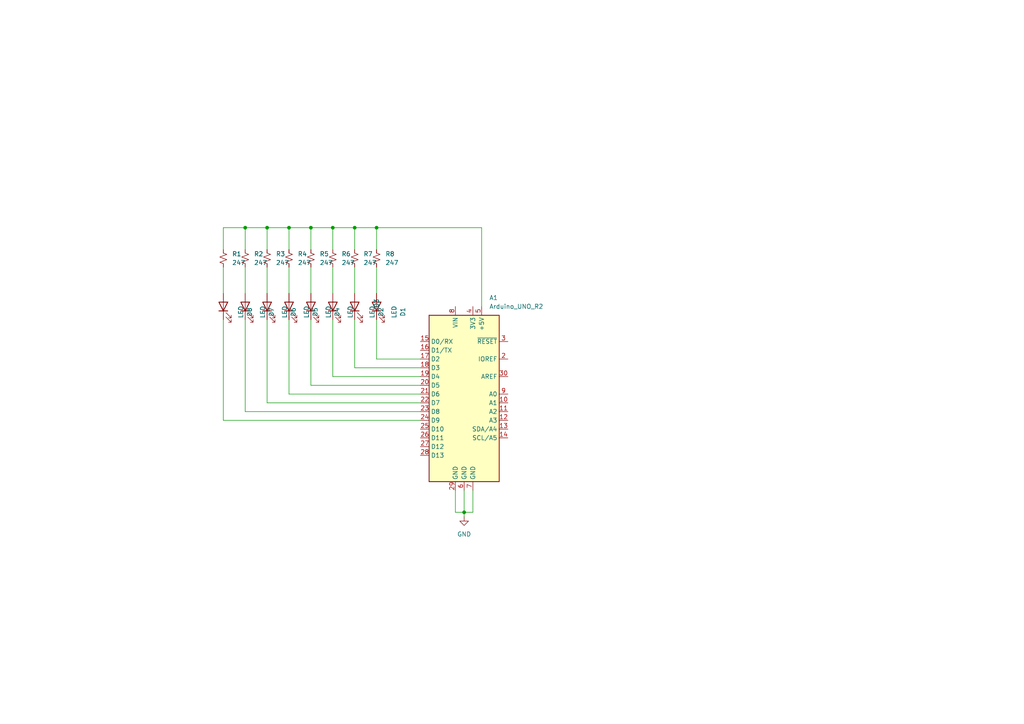
<source format=kicad_sch>
(kicad_sch (version 20230121) (generator eeschema)

  (uuid 794f4462-2db4-4be0-99fe-4331dad799bf)

  (paper "A4")

  (title_block
    (title "arduino_uno_shield")
    (date "2024-01-14")
    (rev "1")
  )

  (lib_symbols
    (symbol "Device:LED" (pin_numbers hide) (pin_names (offset 1.016) hide) (in_bom yes) (on_board yes)
      (property "Reference" "D" (at 0 2.54 0)
        (effects (font (size 1.27 1.27)))
      )
      (property "Value" "LED" (at 0 -2.54 0)
        (effects (font (size 1.27 1.27)))
      )
      (property "Footprint" "" (at 0 0 0)
        (effects (font (size 1.27 1.27)) hide)
      )
      (property "Datasheet" "~" (at 0 0 0)
        (effects (font (size 1.27 1.27)) hide)
      )
      (property "ki_keywords" "LED diode" (at 0 0 0)
        (effects (font (size 1.27 1.27)) hide)
      )
      (property "ki_description" "Light emitting diode" (at 0 0 0)
        (effects (font (size 1.27 1.27)) hide)
      )
      (property "ki_fp_filters" "LED* LED_SMD:* LED_THT:*" (at 0 0 0)
        (effects (font (size 1.27 1.27)) hide)
      )
      (symbol "LED_0_1"
        (polyline
          (pts
            (xy -1.27 -1.27)
            (xy -1.27 1.27)
          )
          (stroke (width 0.254) (type default))
          (fill (type none))
        )
        (polyline
          (pts
            (xy -1.27 0)
            (xy 1.27 0)
          )
          (stroke (width 0) (type default))
          (fill (type none))
        )
        (polyline
          (pts
            (xy 1.27 -1.27)
            (xy 1.27 1.27)
            (xy -1.27 0)
            (xy 1.27 -1.27)
          )
          (stroke (width 0.254) (type default))
          (fill (type none))
        )
        (polyline
          (pts
            (xy -3.048 -0.762)
            (xy -4.572 -2.286)
            (xy -3.81 -2.286)
            (xy -4.572 -2.286)
            (xy -4.572 -1.524)
          )
          (stroke (width 0) (type default))
          (fill (type none))
        )
        (polyline
          (pts
            (xy -1.778 -0.762)
            (xy -3.302 -2.286)
            (xy -2.54 -2.286)
            (xy -3.302 -2.286)
            (xy -3.302 -1.524)
          )
          (stroke (width 0) (type default))
          (fill (type none))
        )
      )
      (symbol "LED_1_1"
        (pin passive line (at -3.81 0 0) (length 2.54)
          (name "K" (effects (font (size 1.27 1.27))))
          (number "1" (effects (font (size 1.27 1.27))))
        )
        (pin passive line (at 3.81 0 180) (length 2.54)
          (name "A" (effects (font (size 1.27 1.27))))
          (number "2" (effects (font (size 1.27 1.27))))
        )
      )
    )
    (symbol "Device:R_Small_US" (pin_numbers hide) (pin_names (offset 0.254) hide) (in_bom yes) (on_board yes)
      (property "Reference" "R" (at 0.762 0.508 0)
        (effects (font (size 1.27 1.27)) (justify left))
      )
      (property "Value" "R_Small_US" (at 0.762 -1.016 0)
        (effects (font (size 1.27 1.27)) (justify left))
      )
      (property "Footprint" "" (at 0 0 0)
        (effects (font (size 1.27 1.27)) hide)
      )
      (property "Datasheet" "~" (at 0 0 0)
        (effects (font (size 1.27 1.27)) hide)
      )
      (property "ki_keywords" "r resistor" (at 0 0 0)
        (effects (font (size 1.27 1.27)) hide)
      )
      (property "ki_description" "Resistor, small US symbol" (at 0 0 0)
        (effects (font (size 1.27 1.27)) hide)
      )
      (property "ki_fp_filters" "R_*" (at 0 0 0)
        (effects (font (size 1.27 1.27)) hide)
      )
      (symbol "R_Small_US_1_1"
        (polyline
          (pts
            (xy 0 0)
            (xy 1.016 -0.381)
            (xy 0 -0.762)
            (xy -1.016 -1.143)
            (xy 0 -1.524)
          )
          (stroke (width 0) (type default))
          (fill (type none))
        )
        (polyline
          (pts
            (xy 0 1.524)
            (xy 1.016 1.143)
            (xy 0 0.762)
            (xy -1.016 0.381)
            (xy 0 0)
          )
          (stroke (width 0) (type default))
          (fill (type none))
        )
        (pin passive line (at 0 2.54 270) (length 1.016)
          (name "~" (effects (font (size 1.27 1.27))))
          (number "1" (effects (font (size 1.27 1.27))))
        )
        (pin passive line (at 0 -2.54 90) (length 1.016)
          (name "~" (effects (font (size 1.27 1.27))))
          (number "2" (effects (font (size 1.27 1.27))))
        )
      )
    )
    (symbol "MCU_Module:Arduino_UNO_R2" (in_bom yes) (on_board yes)
      (property "Reference" "A" (at -10.16 23.495 0)
        (effects (font (size 1.27 1.27)) (justify left bottom))
      )
      (property "Value" "Arduino_UNO_R2" (at 5.08 -26.67 0)
        (effects (font (size 1.27 1.27)) (justify left top))
      )
      (property "Footprint" "Module:Arduino_UNO_R2" (at 0 0 0)
        (effects (font (size 1.27 1.27) italic) hide)
      )
      (property "Datasheet" "https://www.arduino.cc/en/Main/arduinoBoardUno" (at 0 0 0)
        (effects (font (size 1.27 1.27)) hide)
      )
      (property "ki_keywords" "Arduino UNO R3 Microcontroller Module Atmel AVR USB" (at 0 0 0)
        (effects (font (size 1.27 1.27)) hide)
      )
      (property "ki_description" "Arduino UNO Microcontroller Module, release 2" (at 0 0 0)
        (effects (font (size 1.27 1.27)) hide)
      )
      (property "ki_fp_filters" "Arduino*UNO*R2*" (at 0 0 0)
        (effects (font (size 1.27 1.27)) hide)
      )
      (symbol "Arduino_UNO_R2_0_1"
        (rectangle (start -10.16 22.86) (end 10.16 -25.4)
          (stroke (width 0.254) (type default))
          (fill (type background))
        )
      )
      (symbol "Arduino_UNO_R2_1_1"
        (pin no_connect line (at -10.16 -20.32 0) (length 2.54) hide
          (name "NC" (effects (font (size 1.27 1.27))))
          (number "1" (effects (font (size 1.27 1.27))))
        )
        (pin bidirectional line (at 12.7 -2.54 180) (length 2.54)
          (name "A1" (effects (font (size 1.27 1.27))))
          (number "10" (effects (font (size 1.27 1.27))))
        )
        (pin bidirectional line (at 12.7 -5.08 180) (length 2.54)
          (name "A2" (effects (font (size 1.27 1.27))))
          (number "11" (effects (font (size 1.27 1.27))))
        )
        (pin bidirectional line (at 12.7 -7.62 180) (length 2.54)
          (name "A3" (effects (font (size 1.27 1.27))))
          (number "12" (effects (font (size 1.27 1.27))))
        )
        (pin bidirectional line (at 12.7 -10.16 180) (length 2.54)
          (name "SDA/A4" (effects (font (size 1.27 1.27))))
          (number "13" (effects (font (size 1.27 1.27))))
        )
        (pin bidirectional line (at 12.7 -12.7 180) (length 2.54)
          (name "SCL/A5" (effects (font (size 1.27 1.27))))
          (number "14" (effects (font (size 1.27 1.27))))
        )
        (pin bidirectional line (at -12.7 15.24 0) (length 2.54)
          (name "D0/RX" (effects (font (size 1.27 1.27))))
          (number "15" (effects (font (size 1.27 1.27))))
        )
        (pin bidirectional line (at -12.7 12.7 0) (length 2.54)
          (name "D1/TX" (effects (font (size 1.27 1.27))))
          (number "16" (effects (font (size 1.27 1.27))))
        )
        (pin bidirectional line (at -12.7 10.16 0) (length 2.54)
          (name "D2" (effects (font (size 1.27 1.27))))
          (number "17" (effects (font (size 1.27 1.27))))
        )
        (pin bidirectional line (at -12.7 7.62 0) (length 2.54)
          (name "D3" (effects (font (size 1.27 1.27))))
          (number "18" (effects (font (size 1.27 1.27))))
        )
        (pin bidirectional line (at -12.7 5.08 0) (length 2.54)
          (name "D4" (effects (font (size 1.27 1.27))))
          (number "19" (effects (font (size 1.27 1.27))))
        )
        (pin output line (at 12.7 10.16 180) (length 2.54)
          (name "IOREF" (effects (font (size 1.27 1.27))))
          (number "2" (effects (font (size 1.27 1.27))))
        )
        (pin bidirectional line (at -12.7 2.54 0) (length 2.54)
          (name "D5" (effects (font (size 1.27 1.27))))
          (number "20" (effects (font (size 1.27 1.27))))
        )
        (pin bidirectional line (at -12.7 0 0) (length 2.54)
          (name "D6" (effects (font (size 1.27 1.27))))
          (number "21" (effects (font (size 1.27 1.27))))
        )
        (pin bidirectional line (at -12.7 -2.54 0) (length 2.54)
          (name "D7" (effects (font (size 1.27 1.27))))
          (number "22" (effects (font (size 1.27 1.27))))
        )
        (pin bidirectional line (at -12.7 -5.08 0) (length 2.54)
          (name "D8" (effects (font (size 1.27 1.27))))
          (number "23" (effects (font (size 1.27 1.27))))
        )
        (pin bidirectional line (at -12.7 -7.62 0) (length 2.54)
          (name "D9" (effects (font (size 1.27 1.27))))
          (number "24" (effects (font (size 1.27 1.27))))
        )
        (pin bidirectional line (at -12.7 -10.16 0) (length 2.54)
          (name "D10" (effects (font (size 1.27 1.27))))
          (number "25" (effects (font (size 1.27 1.27))))
        )
        (pin bidirectional line (at -12.7 -12.7 0) (length 2.54)
          (name "D11" (effects (font (size 1.27 1.27))))
          (number "26" (effects (font (size 1.27 1.27))))
        )
        (pin bidirectional line (at -12.7 -15.24 0) (length 2.54)
          (name "D12" (effects (font (size 1.27 1.27))))
          (number "27" (effects (font (size 1.27 1.27))))
        )
        (pin bidirectional line (at -12.7 -17.78 0) (length 2.54)
          (name "D13" (effects (font (size 1.27 1.27))))
          (number "28" (effects (font (size 1.27 1.27))))
        )
        (pin power_in line (at -2.54 -27.94 90) (length 2.54)
          (name "GND" (effects (font (size 1.27 1.27))))
          (number "29" (effects (font (size 1.27 1.27))))
        )
        (pin input line (at 12.7 15.24 180) (length 2.54)
          (name "~{RESET}" (effects (font (size 1.27 1.27))))
          (number "3" (effects (font (size 1.27 1.27))))
        )
        (pin input line (at 12.7 5.08 180) (length 2.54)
          (name "AREF" (effects (font (size 1.27 1.27))))
          (number "30" (effects (font (size 1.27 1.27))))
        )
        (pin power_out line (at 2.54 25.4 270) (length 2.54)
          (name "3V3" (effects (font (size 1.27 1.27))))
          (number "4" (effects (font (size 1.27 1.27))))
        )
        (pin power_out line (at 5.08 25.4 270) (length 2.54)
          (name "+5V" (effects (font (size 1.27 1.27))))
          (number "5" (effects (font (size 1.27 1.27))))
        )
        (pin power_in line (at 0 -27.94 90) (length 2.54)
          (name "GND" (effects (font (size 1.27 1.27))))
          (number "6" (effects (font (size 1.27 1.27))))
        )
        (pin power_in line (at 2.54 -27.94 90) (length 2.54)
          (name "GND" (effects (font (size 1.27 1.27))))
          (number "7" (effects (font (size 1.27 1.27))))
        )
        (pin power_in line (at -2.54 25.4 270) (length 2.54)
          (name "VIN" (effects (font (size 1.27 1.27))))
          (number "8" (effects (font (size 1.27 1.27))))
        )
        (pin bidirectional line (at 12.7 0 180) (length 2.54)
          (name "A0" (effects (font (size 1.27 1.27))))
          (number "9" (effects (font (size 1.27 1.27))))
        )
      )
    )
    (symbol "power:GND" (power) (pin_names (offset 0)) (in_bom yes) (on_board yes)
      (property "Reference" "#PWR" (at 0 -6.35 0)
        (effects (font (size 1.27 1.27)) hide)
      )
      (property "Value" "GND" (at 0 -3.81 0)
        (effects (font (size 1.27 1.27)))
      )
      (property "Footprint" "" (at 0 0 0)
        (effects (font (size 1.27 1.27)) hide)
      )
      (property "Datasheet" "" (at 0 0 0)
        (effects (font (size 1.27 1.27)) hide)
      )
      (property "ki_keywords" "global power" (at 0 0 0)
        (effects (font (size 1.27 1.27)) hide)
      )
      (property "ki_description" "Power symbol creates a global label with name \"GND\" , ground" (at 0 0 0)
        (effects (font (size 1.27 1.27)) hide)
      )
      (symbol "GND_0_1"
        (polyline
          (pts
            (xy 0 0)
            (xy 0 -1.27)
            (xy 1.27 -1.27)
            (xy 0 -2.54)
            (xy -1.27 -1.27)
            (xy 0 -1.27)
          )
          (stroke (width 0) (type default))
          (fill (type none))
        )
      )
      (symbol "GND_1_1"
        (pin power_in line (at 0 0 270) (length 0) hide
          (name "GND" (effects (font (size 1.27 1.27))))
          (number "1" (effects (font (size 1.27 1.27))))
        )
      )
    )
  )

  (junction (at 90.17 66.04) (diameter 0) (color 0 0 0 0)
    (uuid 07911fd2-6d3a-487e-82ce-b6c1e6fb5b95)
  )
  (junction (at 77.47 66.04) (diameter 0) (color 0 0 0 0)
    (uuid 2bbbc1fb-a25a-4500-ae8f-5e4d5bac6159)
  )
  (junction (at 96.52 66.04) (diameter 0) (color 0 0 0 0)
    (uuid 36bb07e9-abac-41e2-b19d-e0b513d1c7ae)
  )
  (junction (at 102.87 66.04) (diameter 0) (color 0 0 0 0)
    (uuid 3ede2774-7342-4d98-8abc-2c83fc54712e)
  )
  (junction (at 71.12 66.04) (diameter 0) (color 0 0 0 0)
    (uuid 6f155ee8-f36b-40f5-a834-81dc3c046f1a)
  )
  (junction (at 83.82 66.04) (diameter 0) (color 0 0 0 0)
    (uuid 77d77c60-94d4-4c20-8808-3fa91a65b5d1)
  )
  (junction (at 134.62 148.59) (diameter 0) (color 0 0 0 0)
    (uuid 7d6bbb85-c3d0-4e40-bc08-3808a644f4df)
  )
  (junction (at 109.22 66.04) (diameter 0) (color 0 0 0 0)
    (uuid aadbd9b8-3fea-4931-9cf4-126d236bd5ac)
  )

  (wire (pts (xy 96.52 109.22) (xy 121.92 109.22))
    (stroke (width 0) (type default))
    (uuid 09b283d2-192b-47e1-ad0f-d016ebe8bcc8)
  )
  (wire (pts (xy 83.82 92.71) (xy 83.82 114.3))
    (stroke (width 0) (type default))
    (uuid 117b81cf-e76a-47e4-9689-8acd611cd4db)
  )
  (wire (pts (xy 134.62 148.59) (xy 137.16 148.59))
    (stroke (width 0) (type default))
    (uuid 13bace30-21eb-4cd6-865c-71b87049fd66)
  )
  (wire (pts (xy 77.47 92.71) (xy 77.47 116.84))
    (stroke (width 0) (type default))
    (uuid 22253ff1-1f0b-4032-87da-cedd2a610417)
  )
  (wire (pts (xy 83.82 66.04) (xy 90.17 66.04))
    (stroke (width 0) (type default))
    (uuid 2387bbc9-1f81-45c0-bb66-67b0b0cd1b3d)
  )
  (wire (pts (xy 71.12 119.38) (xy 121.92 119.38))
    (stroke (width 0) (type default))
    (uuid 23be1366-b2ee-4fc7-a62d-24a5c022a3a8)
  )
  (wire (pts (xy 90.17 66.04) (xy 96.52 66.04))
    (stroke (width 0) (type default))
    (uuid 24585c67-1145-4128-87a7-7a22fd872999)
  )
  (wire (pts (xy 134.62 142.24) (xy 134.62 148.59))
    (stroke (width 0) (type default))
    (uuid 260cd0b4-4d99-44cf-8007-1f27e465dfb3)
  )
  (wire (pts (xy 109.22 77.47) (xy 109.22 85.09))
    (stroke (width 0) (type default))
    (uuid 2a206f34-a393-4566-a176-cd048ede2b7a)
  )
  (wire (pts (xy 90.17 77.47) (xy 90.17 85.09))
    (stroke (width 0) (type default))
    (uuid 2e09f756-e10c-4d82-a79a-9c974799f928)
  )
  (wire (pts (xy 83.82 77.47) (xy 83.82 85.09))
    (stroke (width 0) (type default))
    (uuid 302da742-bd63-4c5a-a3a6-ab15c3cdbeda)
  )
  (wire (pts (xy 90.17 92.71) (xy 90.17 111.76))
    (stroke (width 0) (type default))
    (uuid 30a0aa78-0c85-468c-9ea6-def8cd5b66b2)
  )
  (wire (pts (xy 102.87 66.04) (xy 109.22 66.04))
    (stroke (width 0) (type default))
    (uuid 3121dd8a-edc7-412b-8041-663018efa829)
  )
  (wire (pts (xy 134.62 148.59) (xy 134.62 149.86))
    (stroke (width 0) (type default))
    (uuid 358e9ada-5936-4dd5-bdbc-4d47fae68161)
  )
  (wire (pts (xy 109.22 66.04) (xy 139.7 66.04))
    (stroke (width 0) (type default))
    (uuid 3a1fea09-27b9-42d2-82a1-8ce1e9696f80)
  )
  (wire (pts (xy 109.22 104.14) (xy 121.92 104.14))
    (stroke (width 0) (type default))
    (uuid 42dd821d-2ed1-41b6-99c5-28668c5ec5c1)
  )
  (wire (pts (xy 102.87 77.47) (xy 102.87 85.09))
    (stroke (width 0) (type default))
    (uuid 449ee26b-d01a-481a-9c0e-bb7d9d02617d)
  )
  (wire (pts (xy 64.77 92.71) (xy 64.77 121.92))
    (stroke (width 0) (type default))
    (uuid 5100b2b3-fe16-437e-8ebc-ed1c52a2cd34)
  )
  (wire (pts (xy 77.47 116.84) (xy 121.92 116.84))
    (stroke (width 0) (type default))
    (uuid 510cf17c-250f-43a7-90d0-2dc4b62e2ee7)
  )
  (wire (pts (xy 132.08 142.24) (xy 132.08 148.59))
    (stroke (width 0) (type default))
    (uuid 5ea16098-7d40-4a43-98e1-1bea05e6b74a)
  )
  (wire (pts (xy 132.08 148.59) (xy 134.62 148.59))
    (stroke (width 0) (type default))
    (uuid 6a46fc12-8c22-4b04-9521-e41ffe6bebe5)
  )
  (wire (pts (xy 109.22 92.71) (xy 109.22 104.14))
    (stroke (width 0) (type default))
    (uuid 73bd928c-57e9-490a-8152-f4a46d53cd13)
  )
  (wire (pts (xy 90.17 66.04) (xy 90.17 72.39))
    (stroke (width 0) (type default))
    (uuid 757558fb-aced-4595-ae1e-1e5611456279)
  )
  (wire (pts (xy 64.77 66.04) (xy 71.12 66.04))
    (stroke (width 0) (type default))
    (uuid 765ef705-2884-4ae0-83c1-e054e9ee8445)
  )
  (wire (pts (xy 77.47 77.47) (xy 77.47 85.09))
    (stroke (width 0) (type default))
    (uuid 76b0c44d-064a-447d-b0a8-9463e198a2ac)
  )
  (wire (pts (xy 102.87 66.04) (xy 102.87 72.39))
    (stroke (width 0) (type default))
    (uuid 7808cae0-12b0-456c-9476-165080063d08)
  )
  (wire (pts (xy 77.47 66.04) (xy 77.47 72.39))
    (stroke (width 0) (type default))
    (uuid 82c7289c-705a-435c-afdb-375ff487dd0b)
  )
  (wire (pts (xy 109.22 66.04) (xy 109.22 72.39))
    (stroke (width 0) (type default))
    (uuid 84620c3b-3f21-4da4-86e3-1694ffe9186a)
  )
  (wire (pts (xy 96.52 92.71) (xy 96.52 109.22))
    (stroke (width 0) (type default))
    (uuid 8ad1424e-f719-4b72-b50f-552c82e780ae)
  )
  (wire (pts (xy 102.87 106.68) (xy 121.92 106.68))
    (stroke (width 0) (type default))
    (uuid 957546a3-c22f-4446-bf55-f1d32ba89596)
  )
  (wire (pts (xy 64.77 72.39) (xy 64.77 66.04))
    (stroke (width 0) (type default))
    (uuid 9a800fc3-b877-49e8-b159-17dc7f6af7c3)
  )
  (wire (pts (xy 64.77 121.92) (xy 121.92 121.92))
    (stroke (width 0) (type default))
    (uuid 9d23a6c6-2eb2-4812-90c5-e593600a365b)
  )
  (wire (pts (xy 137.16 142.24) (xy 137.16 148.59))
    (stroke (width 0) (type default))
    (uuid 9d5c0c9d-5455-4344-a7b5-190d3f07b3a4)
  )
  (wire (pts (xy 71.12 92.71) (xy 71.12 119.38))
    (stroke (width 0) (type default))
    (uuid a44ea869-5406-43ab-b9aa-30f5fa1ea6d9)
  )
  (wire (pts (xy 83.82 114.3) (xy 121.92 114.3))
    (stroke (width 0) (type default))
    (uuid b69d7024-a717-4ba5-b181-b148ddabbf67)
  )
  (wire (pts (xy 77.47 66.04) (xy 83.82 66.04))
    (stroke (width 0) (type default))
    (uuid b7c58b79-3a6f-4842-9f2c-e5a0e8ec115f)
  )
  (wire (pts (xy 71.12 77.47) (xy 71.12 85.09))
    (stroke (width 0) (type default))
    (uuid ba365a02-f812-4e4d-994c-91e5efa3a947)
  )
  (wire (pts (xy 96.52 66.04) (xy 96.52 72.39))
    (stroke (width 0) (type default))
    (uuid c849f815-e1df-42fa-83e3-0ceaec5a99f9)
  )
  (wire (pts (xy 96.52 77.47) (xy 96.52 85.09))
    (stroke (width 0) (type default))
    (uuid cf06e7eb-ce44-4b16-b9ca-04c8c1f9e8b7)
  )
  (wire (pts (xy 71.12 66.04) (xy 77.47 66.04))
    (stroke (width 0) (type default))
    (uuid cff7d547-0ff0-4419-a5a4-92fa5b77f4ff)
  )
  (wire (pts (xy 64.77 77.47) (xy 64.77 85.09))
    (stroke (width 0) (type default))
    (uuid d2018a24-2d81-4258-afd7-d1b8dcfe2d84)
  )
  (wire (pts (xy 102.87 92.71) (xy 102.87 106.68))
    (stroke (width 0) (type default))
    (uuid d4b58cfb-4a0c-468e-b1c5-6a814f4493ca)
  )
  (wire (pts (xy 96.52 66.04) (xy 102.87 66.04))
    (stroke (width 0) (type default))
    (uuid dc9a8233-2258-420b-91b4-483cdfaa8c0c)
  )
  (wire (pts (xy 90.17 111.76) (xy 121.92 111.76))
    (stroke (width 0) (type default))
    (uuid eecf19f7-16ff-4bd1-b205-8f2026fc38ea)
  )
  (wire (pts (xy 71.12 66.04) (xy 71.12 72.39))
    (stroke (width 0) (type default))
    (uuid f3902f7b-8dc2-44e1-beed-83421780ca1f)
  )
  (wire (pts (xy 139.7 66.04) (xy 139.7 88.9))
    (stroke (width 0) (type default))
    (uuid fa9da2dc-d0cb-4def-8b7a-28cf636de649)
  )
  (wire (pts (xy 83.82 66.04) (xy 83.82 72.39))
    (stroke (width 0) (type default))
    (uuid fc959d9b-8b5f-41dd-91d9-62c37f1ae470)
  )

  (symbol (lib_id "Device:LED") (at 64.77 88.9 90) (unit 1)
    (in_bom yes) (on_board yes) (dnp no) (fields_autoplaced)
    (uuid 05384e2a-a7cc-40b7-b854-83096cf2e70c)
    (property "Reference" "D8" (at 72.39 90.4875 0)
      (effects (font (size 1.27 1.27)))
    )
    (property "Value" "LED" (at 69.85 90.4875 0)
      (effects (font (size 1.27 1.27)))
    )
    (property "Footprint" "LED_SMD:LED_0805_2012Metric" (at 64.77 88.9 0)
      (effects (font (size 1.27 1.27)) hide)
    )
    (property "Datasheet" "~" (at 64.77 88.9 0)
      (effects (font (size 1.27 1.27)) hide)
    )
    (pin "2" (uuid 029f5ab9-9789-41af-960b-f9a1335207df))
    (pin "1" (uuid 8369d90b-97e1-43d9-bcf6-be61dab5b4eb))
    (instances
      (project "ARDUINO_UNO_SHIELD"
        (path "/794f4462-2db4-4be0-99fe-4331dad799bf"
          (reference "D8") (unit 1)
        )
      )
    )
  )

  (symbol (lib_id "Device:R_Small_US") (at 64.77 74.93 0) (unit 1)
    (in_bom yes) (on_board yes) (dnp no) (fields_autoplaced)
    (uuid 2083803a-d86f-43c0-b4a7-a7a5b3b42c71)
    (property "Reference" "R1" (at 67.31 73.66 0)
      (effects (font (size 1.27 1.27)) (justify left))
    )
    (property "Value" "247" (at 67.31 76.2 0)
      (effects (font (size 1.27 1.27)) (justify left))
    )
    (property "Footprint" "Resistor_SMD:R_0603_1608Metric" (at 64.77 74.93 0)
      (effects (font (size 1.27 1.27)) hide)
    )
    (property "Datasheet" "~" (at 64.77 74.93 0)
      (effects (font (size 1.27 1.27)) hide)
    )
    (pin "2" (uuid 61b5ac6d-4c88-447d-8ea7-a79584585761))
    (pin "1" (uuid 10116768-0140-4c60-96e0-dd4c9db2ebd0))
    (instances
      (project "ARDUINO_UNO_SHIELD"
        (path "/794f4462-2db4-4be0-99fe-4331dad799bf"
          (reference "R1") (unit 1)
        )
      )
    )
  )

  (symbol (lib_id "Device:LED") (at 109.22 88.9 90) (unit 1)
    (in_bom yes) (on_board yes) (dnp no) (fields_autoplaced)
    (uuid 2aaf982d-2e65-4d01-8a0f-e99b164cca0f)
    (property "Reference" "D1" (at 116.84 90.4875 0)
      (effects (font (size 1.27 1.27)))
    )
    (property "Value" "LED" (at 114.3 90.4875 0)
      (effects (font (size 1.27 1.27)))
    )
    (property "Footprint" "LED_SMD:LED_0805_2012Metric" (at 109.22 88.9 0)
      (effects (font (size 1.27 1.27)) hide)
    )
    (property "Datasheet" "~" (at 109.22 88.9 0)
      (effects (font (size 1.27 1.27)) hide)
    )
    (pin "2" (uuid 1041eae3-1bd0-4555-9337-aa40d5a5de84))
    (pin "1" (uuid 24938143-fe45-41a3-94cd-d5fc95116ea3))
    (instances
      (project "ARDUINO_UNO_SHIELD"
        (path "/794f4462-2db4-4be0-99fe-4331dad799bf"
          (reference "D1") (unit 1)
        )
      )
    )
  )

  (symbol (lib_id "Device:LED") (at 77.47 88.9 90) (unit 1)
    (in_bom yes) (on_board yes) (dnp no) (fields_autoplaced)
    (uuid 4059ae8a-08c6-4c6d-993e-6fcc40e96c09)
    (property "Reference" "D6" (at 85.09 90.4875 0)
      (effects (font (size 1.27 1.27)))
    )
    (property "Value" "LED" (at 82.55 90.4875 0)
      (effects (font (size 1.27 1.27)))
    )
    (property "Footprint" "LED_SMD:LED_0805_2012Metric" (at 77.47 88.9 0)
      (effects (font (size 1.27 1.27)) hide)
    )
    (property "Datasheet" "~" (at 77.47 88.9 0)
      (effects (font (size 1.27 1.27)) hide)
    )
    (pin "2" (uuid 6dd8c447-8d23-4bc8-a4c3-497465a83af5))
    (pin "1" (uuid fb005aa9-a83c-421b-8dca-d4c526a589e4))
    (instances
      (project "ARDUINO_UNO_SHIELD"
        (path "/794f4462-2db4-4be0-99fe-4331dad799bf"
          (reference "D6") (unit 1)
        )
      )
    )
  )

  (symbol (lib_id "MCU_Module:Arduino_UNO_R2") (at 134.62 114.3 0) (unit 1)
    (in_bom yes) (on_board yes) (dnp no) (fields_autoplaced)
    (uuid 490fe2b7-906a-4999-8362-6952c88028f3)
    (property "Reference" "A1" (at 141.8941 86.36 0)
      (effects (font (size 1.27 1.27)) (justify left))
    )
    (property "Value" "Arduino_UNO_R2" (at 141.8941 88.9 0)
      (effects (font (size 1.27 1.27)) (justify left))
    )
    (property "Footprint" "Module:Arduino_UNO_R2" (at 134.62 114.3 0)
      (effects (font (size 1.27 1.27) italic) hide)
    )
    (property "Datasheet" "https://www.arduino.cc/en/Main/arduinoBoardUno" (at 134.62 114.3 0)
      (effects (font (size 1.27 1.27)) hide)
    )
    (pin "10" (uuid 8131fc2f-3f1b-42c2-b467-48421cc9f34b))
    (pin "7" (uuid f24279eb-4669-4803-b768-736b59239d4c))
    (pin "22" (uuid b6670ce2-302d-4ed1-8ff4-cee2658e6ef0))
    (pin "4" (uuid 9ef6343d-f351-4b40-b05e-3d644db0fb59))
    (pin "1" (uuid 83b2d4f1-c48e-478b-a25a-f45b061c93cf))
    (pin "16" (uuid 0e4dbd9d-aa27-4fbb-b1fa-f4f0d6ca2667))
    (pin "28" (uuid cd3ccde7-0ede-4009-a7a9-69b6062e3dc2))
    (pin "3" (uuid e3e1a79c-2dbd-4db9-b2da-be2705041fb7))
    (pin "29" (uuid d65e1b1e-a395-4fb6-a82b-470fed1cdc4a))
    (pin "17" (uuid 66695c8a-6070-4844-910f-96a294e81306))
    (pin "8" (uuid b03dd0e4-c19f-450d-ba3b-500194d45bb4))
    (pin "15" (uuid aff1aeed-05ff-47c7-99aa-727d636e1e23))
    (pin "25" (uuid 1b1b27f2-0280-4e9a-a086-4999703eeb07))
    (pin "26" (uuid 6e3a99d8-d087-4b63-bb51-3228000d0706))
    (pin "27" (uuid a4a364b7-df76-4927-a1d4-5d7a3c9ae562))
    (pin "23" (uuid 3a75e28f-1473-4591-9ace-2ab20c2324a5))
    (pin "20" (uuid f2353c12-0753-4e24-ae1f-9228d5c242d5))
    (pin "12" (uuid 30c3ce2e-3af4-4808-ba5a-e1b48f59123c))
    (pin "13" (uuid 0f033be9-314b-43af-aace-b2158491cdb4))
    (pin "24" (uuid 1a9956d1-4faa-4310-bc32-615ea8f21b5e))
    (pin "21" (uuid ae7b9102-ffec-4ad2-9fcb-80df3661155b))
    (pin "18" (uuid dfbb5b2d-133c-4f6b-ba39-188a0c232695))
    (pin "5" (uuid d3d862c3-30d3-4d2d-bba0-4d7a91fb44ec))
    (pin "14" (uuid 9b09cc14-252a-4c76-ba2b-6209f2db3e5c))
    (pin "11" (uuid 77bce470-5ae2-41c9-8e3f-d666fd31a2e9))
    (pin "6" (uuid a4633f99-ae62-4c0f-9c46-b09ce3227387))
    (pin "2" (uuid e50e0774-80b6-4b39-84e5-fc6639ff416a))
    (pin "9" (uuid d47265f2-ffa8-43ae-a85c-72ffe3908823))
    (pin "19" (uuid dec6144e-ad98-4f34-9638-b9ef506fd100))
    (pin "30" (uuid 3b7b6f8e-710c-48ea-ac99-c1be8f9c1d43))
    (instances
      (project "ARDUINO_UNO_SHIELD"
        (path "/794f4462-2db4-4be0-99fe-4331dad799bf"
          (reference "A1") (unit 1)
        )
      )
    )
  )

  (symbol (lib_id "Device:R_Small_US") (at 90.17 74.93 0) (unit 1)
    (in_bom yes) (on_board yes) (dnp no) (fields_autoplaced)
    (uuid 52ed36b1-a24f-4a9d-ba5e-17b375266230)
    (property "Reference" "R5" (at 92.71 73.66 0)
      (effects (font (size 1.27 1.27)) (justify left))
    )
    (property "Value" "247" (at 92.71 76.2 0)
      (effects (font (size 1.27 1.27)) (justify left))
    )
    (property "Footprint" "Resistor_SMD:R_0603_1608Metric" (at 90.17 74.93 0)
      (effects (font (size 1.27 1.27)) hide)
    )
    (property "Datasheet" "~" (at 90.17 74.93 0)
      (effects (font (size 1.27 1.27)) hide)
    )
    (pin "2" (uuid 27dea1ab-99ae-4f20-a6a1-6bf58beaa599))
    (pin "1" (uuid c8534c24-edaa-45bd-aafe-4f64abc2cf1f))
    (instances
      (project "ARDUINO_UNO_SHIELD"
        (path "/794f4462-2db4-4be0-99fe-4331dad799bf"
          (reference "R5") (unit 1)
        )
      )
    )
  )

  (symbol (lib_id "Device:R_Small_US") (at 109.22 74.93 0) (unit 1)
    (in_bom yes) (on_board yes) (dnp no) (fields_autoplaced)
    (uuid 5a81ef74-b94d-4c63-81a7-530cf8b41680)
    (property "Reference" "R8" (at 111.76 73.66 0)
      (effects (font (size 1.27 1.27)) (justify left))
    )
    (property "Value" "247" (at 111.76 76.2 0)
      (effects (font (size 1.27 1.27)) (justify left))
    )
    (property "Footprint" "Resistor_SMD:R_0603_1608Metric" (at 109.22 74.93 0)
      (effects (font (size 1.27 1.27)) hide)
    )
    (property "Datasheet" "~" (at 109.22 74.93 0)
      (effects (font (size 1.27 1.27)) hide)
    )
    (pin "2" (uuid f748ec3b-8461-492c-af50-33d23183b836))
    (pin "1" (uuid e6083cd9-cca2-4c41-b2b0-3f331f83a076))
    (instances
      (project "ARDUINO_UNO_SHIELD"
        (path "/794f4462-2db4-4be0-99fe-4331dad799bf"
          (reference "R8") (unit 1)
        )
      )
    )
  )

  (symbol (lib_id "Device:LED") (at 83.82 88.9 90) (unit 1)
    (in_bom yes) (on_board yes) (dnp no) (fields_autoplaced)
    (uuid 5d1f4b45-90df-4c4e-b399-4f0ea7e9d49d)
    (property "Reference" "D5" (at 91.44 90.4875 0)
      (effects (font (size 1.27 1.27)))
    )
    (property "Value" "LED" (at 88.9 90.4875 0)
      (effects (font (size 1.27 1.27)))
    )
    (property "Footprint" "LED_SMD:LED_0805_2012Metric" (at 83.82 88.9 0)
      (effects (font (size 1.27 1.27)) hide)
    )
    (property "Datasheet" "~" (at 83.82 88.9 0)
      (effects (font (size 1.27 1.27)) hide)
    )
    (pin "2" (uuid c314aa44-ca6c-4de2-a933-954590d201d4))
    (pin "1" (uuid e8a71d1e-bf4a-42a0-8ff1-13022f812475))
    (instances
      (project "ARDUINO_UNO_SHIELD"
        (path "/794f4462-2db4-4be0-99fe-4331dad799bf"
          (reference "D5") (unit 1)
        )
      )
    )
  )

  (symbol (lib_id "Device:R_Small_US") (at 102.87 74.93 0) (unit 1)
    (in_bom yes) (on_board yes) (dnp no) (fields_autoplaced)
    (uuid 64354671-3624-4961-8e77-3eed432014a1)
    (property "Reference" "R7" (at 105.41 73.66 0)
      (effects (font (size 1.27 1.27)) (justify left))
    )
    (property "Value" "247" (at 105.41 76.2 0)
      (effects (font (size 1.27 1.27)) (justify left))
    )
    (property "Footprint" "Resistor_SMD:R_0603_1608Metric" (at 102.87 74.93 0)
      (effects (font (size 1.27 1.27)) hide)
    )
    (property "Datasheet" "~" (at 102.87 74.93 0)
      (effects (font (size 1.27 1.27)) hide)
    )
    (pin "2" (uuid b7d2180d-2d59-4b55-8cd3-1a3828c40cc8))
    (pin "1" (uuid 9266093a-8107-41be-899b-f961b948fe50))
    (instances
      (project "ARDUINO_UNO_SHIELD"
        (path "/794f4462-2db4-4be0-99fe-4331dad799bf"
          (reference "R7") (unit 1)
        )
      )
    )
  )

  (symbol (lib_id "power:GND") (at 134.62 149.86 0) (unit 1)
    (in_bom yes) (on_board yes) (dnp no) (fields_autoplaced)
    (uuid 81dbf671-29a3-47a2-b5ce-cd6445adfee1)
    (property "Reference" "#PWR01" (at 134.62 156.21 0)
      (effects (font (size 1.27 1.27)) hide)
    )
    (property "Value" "GND" (at 134.62 154.94 0)
      (effects (font (size 1.27 1.27)))
    )
    (property "Footprint" "" (at 134.62 149.86 0)
      (effects (font (size 1.27 1.27)) hide)
    )
    (property "Datasheet" "" (at 134.62 149.86 0)
      (effects (font (size 1.27 1.27)) hide)
    )
    (pin "1" (uuid 2e2a2036-070b-4d9a-ac7a-52ff9f4f067e))
    (instances
      (project "ARDUINO_UNO_SHIELD"
        (path "/794f4462-2db4-4be0-99fe-4331dad799bf"
          (reference "#PWR01") (unit 1)
        )
      )
    )
  )

  (symbol (lib_id "Device:R_Small_US") (at 71.12 74.93 0) (unit 1)
    (in_bom yes) (on_board yes) (dnp no) (fields_autoplaced)
    (uuid a1f892fb-2704-4a26-bfac-082965f739d9)
    (property "Reference" "R2" (at 73.66 73.66 0)
      (effects (font (size 1.27 1.27)) (justify left))
    )
    (property "Value" "247" (at 73.66 76.2 0)
      (effects (font (size 1.27 1.27)) (justify left))
    )
    (property "Footprint" "Resistor_SMD:R_0603_1608Metric" (at 71.12 74.93 0)
      (effects (font (size 1.27 1.27)) hide)
    )
    (property "Datasheet" "~" (at 71.12 74.93 0)
      (effects (font (size 1.27 1.27)) hide)
    )
    (pin "2" (uuid fab65db0-bc39-4d61-b8d1-7c0c4832d463))
    (pin "1" (uuid b6722b44-f34f-4783-9979-58b1b3bede76))
    (instances
      (project "ARDUINO_UNO_SHIELD"
        (path "/794f4462-2db4-4be0-99fe-4331dad799bf"
          (reference "R2") (unit 1)
        )
      )
    )
  )

  (symbol (lib_id "Device:LED") (at 90.17 88.9 90) (unit 1)
    (in_bom yes) (on_board yes) (dnp no) (fields_autoplaced)
    (uuid b068e4a3-62fa-403e-926a-6ee8a92ee020)
    (property "Reference" "D4" (at 97.79 90.4875 0)
      (effects (font (size 1.27 1.27)))
    )
    (property "Value" "LED" (at 95.25 90.4875 0)
      (effects (font (size 1.27 1.27)))
    )
    (property "Footprint" "LED_SMD:LED_0805_2012Metric" (at 90.17 88.9 0)
      (effects (font (size 1.27 1.27)) hide)
    )
    (property "Datasheet" "~" (at 90.17 88.9 0)
      (effects (font (size 1.27 1.27)) hide)
    )
    (pin "2" (uuid ba1029d8-32a7-4db7-8fb5-1d6c93d80194))
    (pin "1" (uuid e585bbd0-f46b-4536-b813-03e92a0d516e))
    (instances
      (project "ARDUINO_UNO_SHIELD"
        (path "/794f4462-2db4-4be0-99fe-4331dad799bf"
          (reference "D4") (unit 1)
        )
      )
    )
  )

  (symbol (lib_id "Device:LED") (at 96.52 88.9 90) (unit 1)
    (in_bom yes) (on_board yes) (dnp no)
    (uuid b77a0318-feca-498c-b2b3-8f76d5719d81)
    (property "Reference" "D3" (at 109.22 87.9475 0)
      (effects (font (size 1.27 1.27)))
    )
    (property "Value" "LED" (at 101.6 90.4875 0)
      (effects (font (size 1.27 1.27)))
    )
    (property "Footprint" "LED_SMD:LED_0805_2012Metric" (at 96.52 88.9 0)
      (effects (font (size 1.27 1.27)) hide)
    )
    (property "Datasheet" "~" (at 96.52 88.9 0)
      (effects (font (size 1.27 1.27)) hide)
    )
    (pin "2" (uuid ef297f93-a7c1-4e1c-975b-8e606da8cda1))
    (pin "1" (uuid b1d0b65f-de35-4161-8c8d-32f33df43298))
    (instances
      (project "ARDUINO_UNO_SHIELD"
        (path "/794f4462-2db4-4be0-99fe-4331dad799bf"
          (reference "D3") (unit 1)
        )
      )
    )
  )

  (symbol (lib_id "Device:LED") (at 102.87 88.9 90) (unit 1)
    (in_bom yes) (on_board yes) (dnp no) (fields_autoplaced)
    (uuid be81492a-448b-4531-8845-1d227ea4df51)
    (property "Reference" "D2" (at 110.49 90.4875 0)
      (effects (font (size 1.27 1.27)))
    )
    (property "Value" "LED" (at 107.95 90.4875 0)
      (effects (font (size 1.27 1.27)))
    )
    (property "Footprint" "LED_SMD:LED_0805_2012Metric" (at 102.87 88.9 0)
      (effects (font (size 1.27 1.27)) hide)
    )
    (property "Datasheet" "~" (at 102.87 88.9 0)
      (effects (font (size 1.27 1.27)) hide)
    )
    (pin "2" (uuid 9139f50f-91e1-4a7f-970c-fab95a93732c))
    (pin "1" (uuid 9db6b87e-44f3-4494-b0e7-905cbcab8976))
    (instances
      (project "ARDUINO_UNO_SHIELD"
        (path "/794f4462-2db4-4be0-99fe-4331dad799bf"
          (reference "D2") (unit 1)
        )
      )
    )
  )

  (symbol (lib_id "Device:LED") (at 71.12 88.9 90) (unit 1)
    (in_bom yes) (on_board yes) (dnp no) (fields_autoplaced)
    (uuid da685f9a-b859-433e-8d30-03d4a8e429e6)
    (property "Reference" "D7" (at 78.74 90.4875 0)
      (effects (font (size 1.27 1.27)))
    )
    (property "Value" "LED" (at 76.2 90.4875 0)
      (effects (font (size 1.27 1.27)))
    )
    (property "Footprint" "LED_SMD:LED_0805_2012Metric" (at 71.12 88.9 0)
      (effects (font (size 1.27 1.27)) hide)
    )
    (property "Datasheet" "~" (at 71.12 88.9 0)
      (effects (font (size 1.27 1.27)) hide)
    )
    (pin "2" (uuid 5f8139cf-6585-43b2-b20b-6383a1a943c7))
    (pin "1" (uuid 5414fef9-56c9-42fb-8b86-472c089cb6ff))
    (instances
      (project "ARDUINO_UNO_SHIELD"
        (path "/794f4462-2db4-4be0-99fe-4331dad799bf"
          (reference "D7") (unit 1)
        )
      )
    )
  )

  (symbol (lib_id "Device:R_Small_US") (at 77.47 74.93 0) (unit 1)
    (in_bom yes) (on_board yes) (dnp no) (fields_autoplaced)
    (uuid dc32c76a-3b28-4f4d-b199-a5f9f139f7fb)
    (property "Reference" "R3" (at 80.01 73.66 0)
      (effects (font (size 1.27 1.27)) (justify left))
    )
    (property "Value" "247" (at 80.01 76.2 0)
      (effects (font (size 1.27 1.27)) (justify left))
    )
    (property "Footprint" "Resistor_SMD:R_0603_1608Metric" (at 77.47 74.93 0)
      (effects (font (size 1.27 1.27)) hide)
    )
    (property "Datasheet" "~" (at 77.47 74.93 0)
      (effects (font (size 1.27 1.27)) hide)
    )
    (pin "2" (uuid 53a65cae-fbb4-46fa-9930-495cef5da423))
    (pin "1" (uuid dbb2b61e-4166-4ac8-8c67-07942e85b9c9))
    (instances
      (project "ARDUINO_UNO_SHIELD"
        (path "/794f4462-2db4-4be0-99fe-4331dad799bf"
          (reference "R3") (unit 1)
        )
      )
    )
  )

  (symbol (lib_id "Device:R_Small_US") (at 96.52 74.93 0) (unit 1)
    (in_bom yes) (on_board yes) (dnp no) (fields_autoplaced)
    (uuid dda39d34-0837-417b-8524-d5bfd231c437)
    (property "Reference" "R6" (at 99.06 73.66 0)
      (effects (font (size 1.27 1.27)) (justify left))
    )
    (property "Value" "247" (at 99.06 76.2 0)
      (effects (font (size 1.27 1.27)) (justify left))
    )
    (property "Footprint" "Resistor_SMD:R_0603_1608Metric" (at 96.52 74.93 0)
      (effects (font (size 1.27 1.27)) hide)
    )
    (property "Datasheet" "~" (at 96.52 74.93 0)
      (effects (font (size 1.27 1.27)) hide)
    )
    (pin "2" (uuid f5bd0b45-62ba-442b-935d-86bc805e27cb))
    (pin "1" (uuid adf7e20d-0a86-4022-8ee8-75edac4b22aa))
    (instances
      (project "ARDUINO_UNO_SHIELD"
        (path "/794f4462-2db4-4be0-99fe-4331dad799bf"
          (reference "R6") (unit 1)
        )
      )
    )
  )

  (symbol (lib_id "Device:R_Small_US") (at 83.82 74.93 0) (unit 1)
    (in_bom yes) (on_board yes) (dnp no) (fields_autoplaced)
    (uuid df169d41-a0ab-4f9e-aba9-49871177bc6f)
    (property "Reference" "R4" (at 86.36 73.66 0)
      (effects (font (size 1.27 1.27)) (justify left))
    )
    (property "Value" "247" (at 86.36 76.2 0)
      (effects (font (size 1.27 1.27)) (justify left))
    )
    (property "Footprint" "Resistor_SMD:R_0603_1608Metric" (at 83.82 74.93 0)
      (effects (font (size 1.27 1.27)) hide)
    )
    (property "Datasheet" "~" (at 83.82 74.93 0)
      (effects (font (size 1.27 1.27)) hide)
    )
    (pin "2" (uuid 6f3a114e-efab-4a6d-be2d-d4c417750c1c))
    (pin "1" (uuid 40774891-3db3-49e7-b990-f6153b15aa4b))
    (instances
      (project "ARDUINO_UNO_SHIELD"
        (path "/794f4462-2db4-4be0-99fe-4331dad799bf"
          (reference "R4") (unit 1)
        )
      )
    )
  )

  (sheet_instances
    (path "/" (page "1"))
  )
)

</source>
